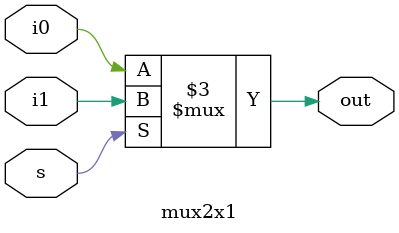
<source format=v>
module mux8x1(input [7:0]i, input [2:0]s, output out);
 wire [6:1]w;

 mux2x1 MX1(i[0],i[1],s[0],w[1]);
 mux2x1 MX2(i[2],i[3],s[0],w[2]);
 mux2x1 MX3(i[4],i[5],s[0],w[3]);
 mux2x1 MX4(i[6],i[7],s[0],w[4]);
 mux2x1 MX5(w[1],w[2],s[1],w[5]);
 mux2x1 MX6(w[3],w[4],s[1],w[6]);
 mux2x1 MX7(w[5],w[6],s[2],out);

endmodule

module mux2x1(input i0,i1,s, output reg out ); 
  always @(*) begin
    if(s)
      out = i1;
    else
      out = i0;
  end
endmodule
</source>
